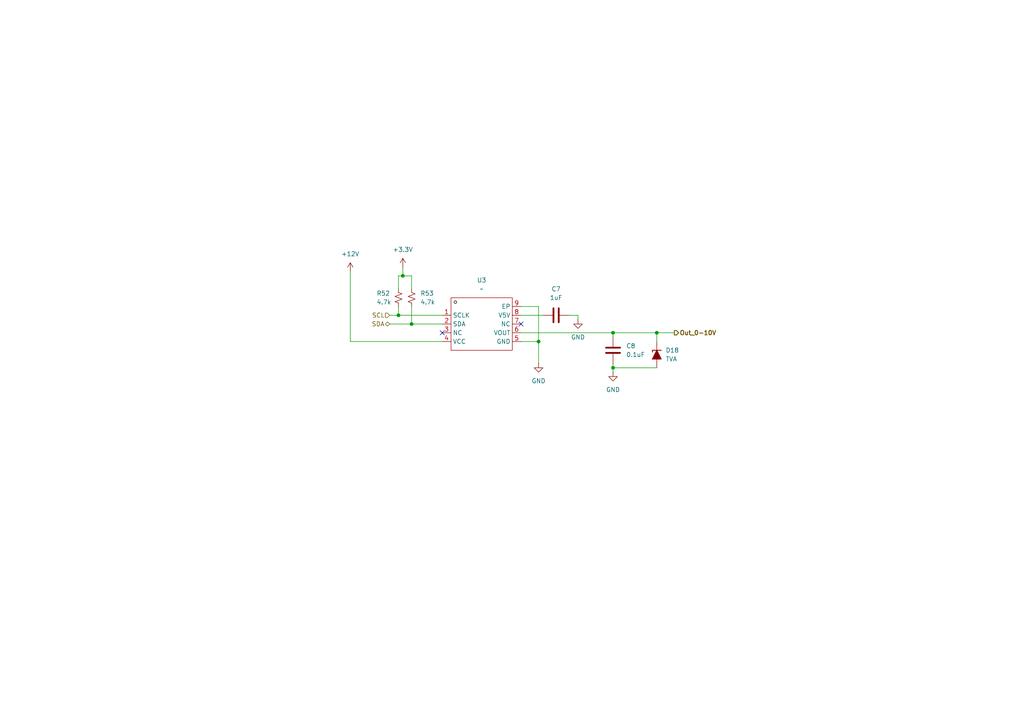
<source format=kicad_sch>
(kicad_sch (version 20250114) (generator "eeschema") (generator_version "9.0")
  (paper "A4")
  (lib_symbols
    (symbol "GP8211S-TC50-EW:root_0_GP8211S-TC50-EW_"
      (symbol "root_0_GP8211S-TC50-EW__1_0"
        (rectangle (start -8.89 7.62) (end 8.89 -7.62) (stroke (width 0) (color 160 0 0 1)))
        (circle (center -7.62 6.35) (radius 0.381) (stroke (width 0) (color 0 0 0 1)))
        (pin passive line (at -11.43 2.54 0) (length 2.54) (name "SCLK") (number "1"))
        (pin passive line (at -11.43 0 0) (length 2.54) (name "SDA") (number "2"))
        (pin passive line (at -11.43 -2.54 0) (length 2.54) (name "NC") (number "3"))
        (pin passive line (at -11.43 -5.08 0) (length 2.54) (name "VCC") (number "4"))
        (pin passive line (at 11.43 5.08 180) (length 2.54) (name "EP") (number "9"))
        (pin passive line (at 11.43 2.54 180) (length 2.54) (name "V5V") (number "8"))
        (pin passive line (at 11.43 0 180) (length 2.54) (name "NC") (number "7"))
        (pin passive line (at 11.43 -2.54 180) (length 2.54) (name "VOUT") (number "6"))
        (pin passive line (at 11.43 -5.08 180) (length 2.54) (name "GND") (number "5"))
      )
    )
    (symbol "PCM_Capacitor_US_AKL:C_0603" (pin_numbers (hide yes)) (pin_names (offset 0.254))
      (property "Reference" "C" (at 0.635 2.54 0))
      (property "Value" "C_0603" (at 0.635 -2.54 0))
      (symbol "C_0603_0_1"
        (polyline (pts (xy -2.032 0.762) (xy 2.032 0.762)) (stroke (width 0.508)))
        (polyline (pts (xy -2.032 -0.762) (xy 2.032 -0.762)) (stroke (width 0.508)))
      )
      (symbol "C_0603_0_2"
        (polyline (pts (xy -2.54 -2.54) (xy -0.381 -0.381)))
        (polyline (pts (xy -0.508 -0.508) (xy -1.651 0.635)) (stroke (width 0.508)))
        (polyline (pts (xy -0.508 -0.508) (xy 0.635 -1.651)) (stroke (width 0.508)))
        (polyline (pts (xy 0.381 0.381) (xy 2.54 2.54)))
        (polyline (pts (xy 0.508 0.508) (xy -0.635 1.651)) (stroke (width 0.508)))
        (polyline (pts (xy 0.508 0.508) (xy 1.651 -0.635)) (stroke (width 0.508)))
      )
      (symbol "C_0603_1_1"
        (pin passive line (at 0 3.81 270) (length 2.794) (name "~") (number "1"))
        (pin passive line (at 0 -3.81 90) (length 2.794) (name "~") (number "2"))
      )
      (symbol "C_0603_1_2"
        (pin passive line (at -2.54 -2.54 90) (length 0) (name "~") (number "2"))
        (pin passive line (at 2.54 2.54 270) (length 0) (name "~") (number "1"))
      )
    )
    (symbol "PCM_Diode_TVS_AKL:SMF12A" (pin_numbers (hide yes)) (pin_names (offset 1.016) (hide yes))
      (property "Reference" "D" (at 0 5.08 0))
      (property "Value" "SMF12A" (at 0 2.54 0))
      (symbol "SMF12A_0_1"
        (polyline (pts (xy -1.27 1.27) (xy -1.27 -1.27) (xy 1.27 0) (xy -1.27 1.27)) (stroke (width 0.254)) (fill (type outline)))
        (polyline (pts (xy -1.27 0) (xy 1.27 0)))
        (polyline (pts (xy 1.27 1.27) (xy 0.762 1.27)) (stroke (width 0.254)))
        (polyline (pts (xy 1.27 -1.27) (xy 1.27 1.27)) (stroke (width 0.254)))
      )
      (symbol "SMF12A_0_2"
        (polyline (pts (xy -2.54 -2.54) (xy 2.54 2.54)))
        (polyline (pts (xy -0.889 -0.889) (xy -1.778 0) (xy 0.889 0.889) (xy 0 -1.778) (xy -0.889 -0.889)) (stroke (width 0.254)) (fill (type outline)))
        (polyline (pts (xy 0 1.778) (xy -0.381 1.397)) (stroke (width 0.254)))
        (polyline (pts (xy 0 1.778) (xy 1.778 0)) (stroke (width 0.254)))
      )
      (symbol "SMF12A_1_1"
        (pin passive line (at -3.81 0 0) (length 2.54) (name "A") (number "2"))
        (pin passive line (at 3.81 0 180) (length 2.54) (name "K") (number "1"))
      )
      (symbol "SMF12A_1_2"
        (pin passive line (at -2.54 -2.54 0) (length 0) (name "A") (number "2"))
        (pin passive line (at 2.54 2.54 180) (length 0) (name "K") (number "1"))
      )
    )
    (symbol "PCM_SparkFun-Resistor:4.7k_0603" (pin_numbers (hide yes)) (pin_names (offset 0))
      (property "Reference" "R" (at 0 -2.54 0))
      (property "Value" "4.7k" (at 0 2.54 0))
      (symbol "4.7k_0603_0_1"
        (polyline (pts (xy -1.524 0) (xy -1.143 1.016) (xy -0.762 0) (xy -0.381 -1.016) (xy 0 0)))
        (polyline (pts (xy 0 0) (xy 0.381 1.016) (xy 0.762 0) (xy 1.143 -1.016) (xy 1.524 0)))
      )
      (symbol "4.7k_0603_1_1"
        (pin passive line (at -2.54 0 0) (length 1.016) (name "~") (number "1"))
        (pin passive line (at 2.54 0 180) (length 1.016) (name "~") (number "2"))
      )
    )
    (symbol "power:+12V" (power) (pin_numbers (hide yes)) (pin_names (offset 0) (hide yes))
      (property "Value" "+12V" (at 0 3.556 0))
      (symbol "+12V_0_1"
        (polyline (pts (xy -0.762 1.27) (xy 0 2.54)))
        (polyline (pts (xy 0 2.54) (xy 0.762 1.27)))
        (polyline (pts (xy 0 0) (xy 0 2.54)))
      )
      (symbol "+12V_1_1"
        (pin power_in line (at 0 0 90) (length 0) (name "~") (number "1"))
      )
    )
    (symbol "power:+3.3V" (power) (pin_numbers (hide yes)) (pin_names (offset 0) (hide yes))
      (property "Value" "+3.3V" (at 0 3.556 0))
      (symbol "+3.3V_0_1"
        (polyline (pts (xy -0.762 1.27) (xy 0 2.54)))
        (polyline (pts (xy 0 2.54) (xy 0.762 1.27)))
        (polyline (pts (xy 0 0) (xy 0 2.54)))
      )
      (symbol "+3.3V_1_1"
        (pin power_in line (at 0 0 90) (length 0) (name "~") (number "1"))
      )
    )
    (symbol "power:GND" (power) (pin_numbers (hide yes)) (pin_names (offset 0) (hide yes))
      (property "Value" "GND" (at 0 -3.81 0))
      (symbol "GND_0_1"
        (polyline (pts (xy 0 0) (xy 0 -1.27) (xy 1.27 -1.27) (xy 0 -2.54) (xy -1.27 -1.27) (xy 0 -1.27)))
      )
      (symbol "GND_1_1"
        (pin power_in line (at 0 0 270) (length 0) (name "~") (number "1"))
      )
    )
  )
  (junction (at 156.21 99.06))
  (junction (at 119.38 93.98))
  (junction (at 177.8 106.68))
  (junction (at 116.84 80.01))
  (junction (at 177.8 96.52))
  (junction (at 115.57 91.44))
  (junction (at 190.5 96.52))
  (no_connect (at 151.13 93.98))
  (no_connect (at 128.27 96.52))
  (wire (pts (xy 119.38 93.98) (xy 128.27 93.98)))
  (wire (pts (xy 115.57 83.82) (xy 115.57 80.01)))
  (wire (pts (xy 167.64 91.44) (xy 165.1 91.44)))
  (wire (pts (xy 177.8 96.52) (xy 190.5 96.52)))
  (wire (pts (xy 115.57 80.01) (xy 116.84 80.01)))
  (wire (pts (xy 167.64 92.71) (xy 167.64 91.44)))
  (wire (pts (xy 156.21 99.06) (xy 151.13 99.06)))
  (wire (pts (xy 119.38 80.01) (xy 119.38 83.82)))
  (wire (pts (xy 119.38 88.9) (xy 119.38 93.98)))
  (wire (pts (xy 190.5 96.52) (xy 190.5 99.06)))
  (wire (pts (xy 113.03 93.98) (xy 119.38 93.98)))
  (wire (pts (xy 151.13 91.44) (xy 157.48 91.44)))
  (wire (pts (xy 151.13 96.52) (xy 177.8 96.52)))
  (wire (pts (xy 151.13 88.9) (xy 156.21 88.9)))
  (wire (pts (xy 190.5 96.52) (xy 195.58 96.52)))
  (wire (pts (xy 177.8 105.41) (xy 177.8 106.68)))
  (wire (pts (xy 156.21 88.9) (xy 156.21 99.06)))
  (wire (pts (xy 101.6 99.06) (xy 128.27 99.06)))
  (wire (pts (xy 115.57 91.44) (xy 128.27 91.44)))
  (wire (pts (xy 113.03 91.44) (xy 115.57 91.44)))
  (wire (pts (xy 116.84 77.47) (xy 116.84 80.01)))
  (wire (pts (xy 156.21 105.41) (xy 156.21 99.06)))
  (wire (pts (xy 177.8 106.68) (xy 190.5 106.68)))
  (wire (pts (xy 177.8 96.52) (xy 177.8 97.79)))
  (wire (pts (xy 116.84 80.01) (xy 119.38 80.01)))
  (wire (pts (xy 177.8 106.68) (xy 177.8 107.95)))
  (wire (pts (xy 115.57 88.9) (xy 115.57 91.44)))
  (wire (pts (xy 101.6 78.74) (xy 101.6 99.06)))
  (hierarchical_label "Out_0-10V" (shape output) (at 195.58 96.52 0) (effects (font (thickness 0.254) (bold yes))))
  (hierarchical_label "SDA" (shape bidirectional) (at 113.03 93.98 180))
  (hierarchical_label "SCL" (shape input) (at 113.03 91.44 180))
  (symbol (lib_id "GP8211S-TC50-EW:root_0_GP8211S-TC50-EW_") (at 139.7 93.98 0) (unit 1)
    (property "Reference" "U3" (at 139.7 81.28 0))
    (property "Value" "~" (at 139.7 83.82 0))
    (property "Footprint" "Lib_GP8211S-TC50-EW:ESOP-8_L4.9-W3.9-P1.27-LS6.0-BL-EP" (effects (hide yes)))
    (property "LCSC" "C3152008" (effects (hide yes)))
  )
  (symbol (lib_id "power:GND") (at 177.8 107.95 0) (unit 1)
    (property "Reference" "#PWR0100" (effects (hide yes)))
    (property "Value" "GND" (at 177.8 113.03 0))
    (property "Description" "Power symbol creates a global label with name \"GND\" , ground" (effects (hide yes)))
  )
  (symbol (lib_id "power:+12V") (at 101.6 78.74 0) (unit 1)
    (property "Reference" "#PWR040" (effects (hide yes)))
    (property "Value" "+12V" (at 101.6 73.66 0))
    (property "Description" "Power symbol creates a global label with name \"+12V\"" (effects (hide yes)))
  )
  (symbol (lib_id "PCM_Diode_TVS_AKL:SMF12A") (at 190.5 102.87 90) (unit 1)
    (property "Reference" "D18" (at 193.04 101.5999 90) (effects (justify right)))
    (property "Value" "TVA" (at 193.04 104.1399 90) (effects (justify right)))
    (property "Footprint" "PCM_Diode_SMD_AKL:D_SOD-123F" (effects (hide yes)))
    (property "Datasheet" "https://www.tme.eu/Document/95faf1e5e821ed1b438500c66c7b0bd9/smf50a.pdf" (effects (hide yes)))
    (property "Description" "SOD-123F Unidirectional TVS diode, 12V, 200W, Alternate KiCAD Library" (effects (hide yes)))
    (property "LCSC" "C18199535" (effects (hide yes)))
  )
  (symbol (lib_id "PCM_Capacitor_US_AKL:C_0603") (at 161.29 91.44 90) (unit 1)
    (property "Reference" "C7" (at 161.29 83.82 90))
    (property "Value" "1uF" (at 161.29 86.36 90))
    (property "Footprint" "PCM_Capacitor_SMD_AKL:C_0603_1608Metric" (effects (hide yes)))
    (property "Description" "SMD 0603 MLCC capacitor, Alternate KiCad Library" (effects (hide yes)))
    (property "LCSC" "C1592" (effects (hide yes)))
  )
  (symbol (lib_id "power:GND") (at 156.21 105.41 0) (unit 1)
    (property "Reference" "#PWR069" (effects (hide yes)))
    (property "Value" "GND" (at 156.21 110.49 0))
    (property "Description" "Power symbol creates a global label with name \"GND\" , ground" (effects (hide yes)))
  )
  (symbol (lib_id "power:+3.3V") (at 116.84 77.47 0) (unit 1)
    (property "Reference" "#PWR068" (effects (hide yes)))
    (property "Value" "+3.3V" (at 116.84 72.39 0))
    (property "Description" "Power symbol creates a global label with name \"+3.3V\"" (effects (hide yes)))
  )
  (symbol (lib_id "PCM_SparkFun-Resistor:4.7k_0603") (at 115.57 86.36 90) (unit 1)
    (property "Reference" "R52" (at 109.22 85.09 90) (effects (justify right)))
    (property "Value" "4.7k" (at 109.22 87.63 90) (effects (justify right)))
    (property "Footprint" "PCM_SparkFun-Resistor:R_0603_1608Metric" (effects (hide yes)))
    (property "Datasheet" "https://www.vishay.com/docs/20035/dcrcwe3.pdf" (effects (hide yes)))
    (property "Description" "Resistor" (effects (hide yes)))
    (property "PROD_ID" "RES-07857" (effects (hide yes)))
    (property "LCSC" "C99782" (effects (hide yes)))
  )
  (symbol (lib_id "PCM_Capacitor_US_AKL:C_0603") (at 177.8 101.6 180) (unit 1)
    (property "Reference" "C8" (at 181.61 100.3299 0) (effects (justify right)))
    (property "Value" "0.1uF" (at 181.61 102.8699 0) (effects (justify right)))
    (property "Footprint" "PCM_Capacitor_SMD_AKL:C_0603_1608Metric" (effects (hide yes)))
    (property "Description" "SMD 0603 MLCC capacitor, Alternate KiCad Library" (effects (hide yes)))
    (property "LCSC" "C66501" (effects (hide yes)))
  )
  (symbol (lib_id "PCM_SparkFun-Resistor:4.7k_0603") (at 119.38 86.36 270) (unit 1)
    (property "Reference" "R53" (at 121.92 85.0899 90) (effects (justify left)))
    (property "Value" "4.7k" (at 121.92 87.6299 90) (effects (justify left)))
    (property "Footprint" "PCM_SparkFun-Resistor:R_0603_1608Metric" (effects (hide yes)))
    (property "Datasheet" "https://www.vishay.com/docs/20035/dcrcwe3.pdf" (effects (hide yes)))
    (property "Description" "Resistor" (effects (hide yes)))
    (property "PROD_ID" "RES-07857" (effects (hide yes)))
    (property "LCSC" "C99782" (effects (hide yes)))
  )
  (symbol (lib_id "power:GND") (at 167.64 92.71 0) (unit 1)
    (property "Reference" "#PWR070" (effects (hide yes)))
    (property "Value" "GND" (at 167.64 97.79 0))
    (property "Description" "Power symbol creates a global label with name \"GND\" , ground" (effects (hide yes)))
  )
)
</source>
